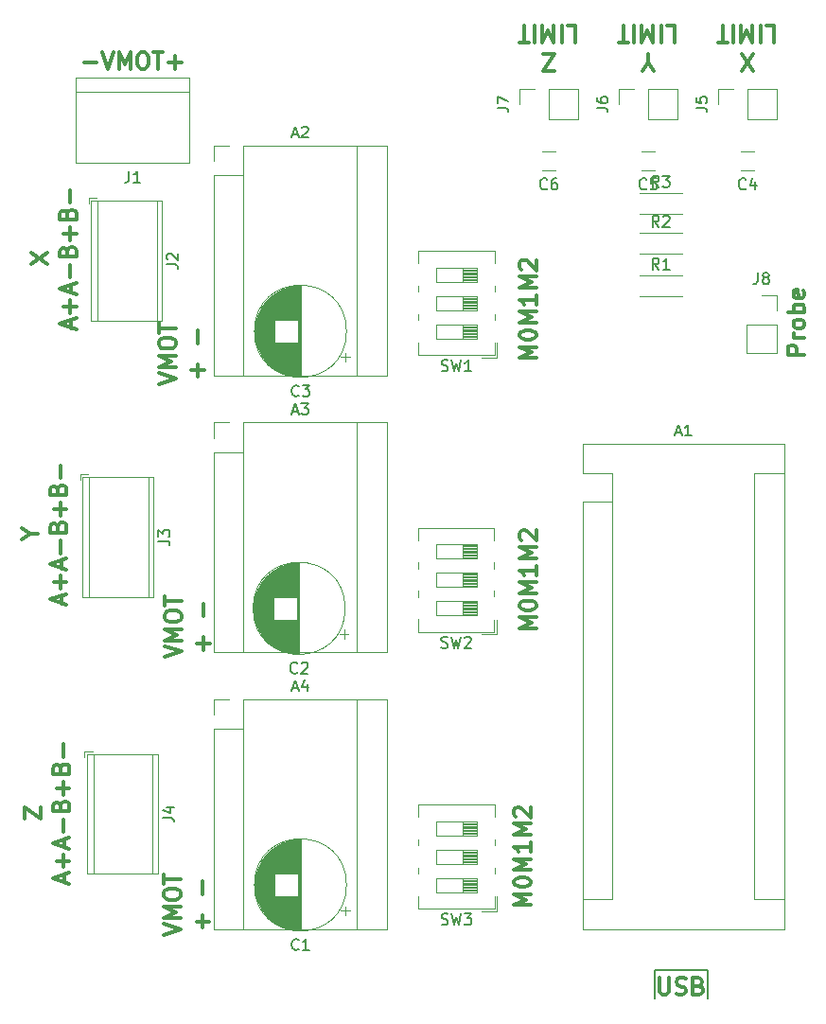
<source format=gbr>
G04 #@! TF.GenerationSoftware,KiCad,Pcbnew,5.0.0-fee4fd1~66~ubuntu18.04.1*
G04 #@! TF.CreationDate,2018-08-24T19:05:02+02:00*
G04 #@! TF.ProjectId,nano8825,6E616E6F383832352E6B696361645F70,rev?*
G04 #@! TF.SameCoordinates,Original*
G04 #@! TF.FileFunction,Legend,Top*
G04 #@! TF.FilePolarity,Positive*
%FSLAX46Y46*%
G04 Gerber Fmt 4.6, Leading zero omitted, Abs format (unit mm)*
G04 Created by KiCad (PCBNEW 5.0.0-fee4fd1~66~ubuntu18.04.1) date Fri Aug 24 19:05:02 2018*
%MOMM*%
%LPD*%
G01*
G04 APERTURE LIST*
%ADD10C,0.300000*%
%ADD11C,0.200000*%
%ADD12C,0.120000*%
%ADD13C,0.150000*%
G04 APERTURE END LIST*
D10*
X183558571Y-83375142D02*
X182058571Y-83375142D01*
X182058571Y-82803714D01*
X182130000Y-82660857D01*
X182201428Y-82589428D01*
X182344285Y-82518000D01*
X182558571Y-82518000D01*
X182701428Y-82589428D01*
X182772857Y-82660857D01*
X182844285Y-82803714D01*
X182844285Y-83375142D01*
X183558571Y-81875142D02*
X182558571Y-81875142D01*
X182844285Y-81875142D02*
X182701428Y-81803714D01*
X182630000Y-81732285D01*
X182558571Y-81589428D01*
X182558571Y-81446571D01*
X183558571Y-80732285D02*
X183487142Y-80875142D01*
X183415714Y-80946571D01*
X183272857Y-81018000D01*
X182844285Y-81018000D01*
X182701428Y-80946571D01*
X182630000Y-80875142D01*
X182558571Y-80732285D01*
X182558571Y-80518000D01*
X182630000Y-80375142D01*
X182701428Y-80303714D01*
X182844285Y-80232285D01*
X183272857Y-80232285D01*
X183415714Y-80303714D01*
X183487142Y-80375142D01*
X183558571Y-80518000D01*
X183558571Y-80732285D01*
X183558571Y-79589428D02*
X182058571Y-79589428D01*
X182630000Y-79589428D02*
X182558571Y-79446571D01*
X182558571Y-79160857D01*
X182630000Y-79018000D01*
X182701428Y-78946571D01*
X182844285Y-78875142D01*
X183272857Y-78875142D01*
X183415714Y-78946571D01*
X183487142Y-79018000D01*
X183558571Y-79160857D01*
X183558571Y-79446571D01*
X183487142Y-79589428D01*
X183487142Y-77660857D02*
X183558571Y-77803714D01*
X183558571Y-78089428D01*
X183487142Y-78232285D01*
X183344285Y-78303714D01*
X182772857Y-78303714D01*
X182630000Y-78232285D01*
X182558571Y-78089428D01*
X182558571Y-77803714D01*
X182630000Y-77660857D01*
X182772857Y-77589428D01*
X182915714Y-77589428D01*
X183058571Y-78303714D01*
D11*
X174930000Y-138430000D02*
X170180000Y-138430000D01*
X174880000Y-140930000D02*
X174930000Y-138430000D01*
X170130000Y-138470000D02*
X170180000Y-140970000D01*
D10*
X161155000Y-57976428D02*
X160155000Y-57976428D01*
X161155000Y-56476428D01*
X160155000Y-56476428D01*
X162333571Y-53926428D02*
X163047857Y-53926428D01*
X163047857Y-55426428D01*
X161833571Y-53926428D02*
X161833571Y-55426428D01*
X161119285Y-53926428D02*
X161119285Y-55426428D01*
X160619285Y-54355000D01*
X160119285Y-55426428D01*
X160119285Y-53926428D01*
X159405000Y-53926428D02*
X159405000Y-55426428D01*
X158905000Y-55426428D02*
X158047857Y-55426428D01*
X158476428Y-53926428D02*
X158476428Y-55426428D01*
X169545000Y-57190714D02*
X169545000Y-56476428D01*
X170045000Y-57976428D02*
X169545000Y-57190714D01*
X169045000Y-57976428D01*
X171223571Y-53926428D02*
X171937857Y-53926428D01*
X171937857Y-55426428D01*
X170723571Y-53926428D02*
X170723571Y-55426428D01*
X170009285Y-53926428D02*
X170009285Y-55426428D01*
X169509285Y-54355000D01*
X169009285Y-55426428D01*
X169009285Y-53926428D01*
X168295000Y-53926428D02*
X168295000Y-55426428D01*
X167795000Y-55426428D02*
X166937857Y-55426428D01*
X167366428Y-53926428D02*
X167366428Y-55426428D01*
X178935000Y-57976428D02*
X177935000Y-56476428D01*
X177935000Y-57976428D02*
X178935000Y-56476428D01*
X180113571Y-53926428D02*
X180827857Y-53926428D01*
X180827857Y-55426428D01*
X179613571Y-53926428D02*
X179613571Y-55426428D01*
X178899285Y-53926428D02*
X178899285Y-55426428D01*
X178399285Y-54355000D01*
X177899285Y-55426428D01*
X177899285Y-53926428D01*
X177185000Y-53926428D02*
X177185000Y-55426428D01*
X176685000Y-55426428D02*
X175827857Y-55426428D01*
X176256428Y-53926428D02*
X176256428Y-55426428D01*
X126233571Y-135284285D02*
X127733571Y-134784285D01*
X126233571Y-134284285D01*
X127733571Y-133784285D02*
X126233571Y-133784285D01*
X127305000Y-133284285D01*
X126233571Y-132784285D01*
X127733571Y-132784285D01*
X126233571Y-131784285D02*
X126233571Y-131498571D01*
X126305000Y-131355714D01*
X126447857Y-131212857D01*
X126733571Y-131141428D01*
X127233571Y-131141428D01*
X127519285Y-131212857D01*
X127662142Y-131355714D01*
X127733571Y-131498571D01*
X127733571Y-131784285D01*
X127662142Y-131927142D01*
X127519285Y-132070000D01*
X127233571Y-132141428D01*
X126733571Y-132141428D01*
X126447857Y-132070000D01*
X126305000Y-131927142D01*
X126233571Y-131784285D01*
X126233571Y-130712857D02*
X126233571Y-129855714D01*
X127733571Y-130284285D02*
X126233571Y-130284285D01*
X129712142Y-134641428D02*
X129712142Y-133498571D01*
X130283571Y-134070000D02*
X129140714Y-134070000D01*
X129712142Y-131641428D02*
X129712142Y-130498571D01*
X126283571Y-110434285D02*
X127783571Y-109934285D01*
X126283571Y-109434285D01*
X127783571Y-108934285D02*
X126283571Y-108934285D01*
X127355000Y-108434285D01*
X126283571Y-107934285D01*
X127783571Y-107934285D01*
X126283571Y-106934285D02*
X126283571Y-106648571D01*
X126355000Y-106505714D01*
X126497857Y-106362857D01*
X126783571Y-106291428D01*
X127283571Y-106291428D01*
X127569285Y-106362857D01*
X127712142Y-106505714D01*
X127783571Y-106648571D01*
X127783571Y-106934285D01*
X127712142Y-107077142D01*
X127569285Y-107220000D01*
X127283571Y-107291428D01*
X126783571Y-107291428D01*
X126497857Y-107220000D01*
X126355000Y-107077142D01*
X126283571Y-106934285D01*
X126283571Y-105862857D02*
X126283571Y-105005714D01*
X127783571Y-105434285D02*
X126283571Y-105434285D01*
X129762142Y-109791428D02*
X129762142Y-108648571D01*
X130333571Y-109220000D02*
X129190714Y-109220000D01*
X129762142Y-106791428D02*
X129762142Y-105648571D01*
X125783571Y-85984285D02*
X127283571Y-85484285D01*
X125783571Y-84984285D01*
X127283571Y-84484285D02*
X125783571Y-84484285D01*
X126855000Y-83984285D01*
X125783571Y-83484285D01*
X127283571Y-83484285D01*
X125783571Y-82484285D02*
X125783571Y-82198571D01*
X125855000Y-82055714D01*
X125997857Y-81912857D01*
X126283571Y-81841428D01*
X126783571Y-81841428D01*
X127069285Y-81912857D01*
X127212142Y-82055714D01*
X127283571Y-82198571D01*
X127283571Y-82484285D01*
X127212142Y-82627142D01*
X127069285Y-82770000D01*
X126783571Y-82841428D01*
X126283571Y-82841428D01*
X125997857Y-82770000D01*
X125855000Y-82627142D01*
X125783571Y-82484285D01*
X125783571Y-81412857D02*
X125783571Y-80555714D01*
X127283571Y-80984285D02*
X125783571Y-80984285D01*
X129262142Y-85341428D02*
X129262142Y-84198571D01*
X129833571Y-84770000D02*
X128690714Y-84770000D01*
X129262142Y-82341428D02*
X129262142Y-81198571D01*
X159058571Y-132627142D02*
X157558571Y-132627142D01*
X158630000Y-132127142D01*
X157558571Y-131627142D01*
X159058571Y-131627142D01*
X157558571Y-130627142D02*
X157558571Y-130484285D01*
X157630000Y-130341428D01*
X157701428Y-130270000D01*
X157844285Y-130198571D01*
X158130000Y-130127142D01*
X158487142Y-130127142D01*
X158772857Y-130198571D01*
X158915714Y-130270000D01*
X158987142Y-130341428D01*
X159058571Y-130484285D01*
X159058571Y-130627142D01*
X158987142Y-130770000D01*
X158915714Y-130841428D01*
X158772857Y-130912857D01*
X158487142Y-130984285D01*
X158130000Y-130984285D01*
X157844285Y-130912857D01*
X157701428Y-130841428D01*
X157630000Y-130770000D01*
X157558571Y-130627142D01*
X159058571Y-129484285D02*
X157558571Y-129484285D01*
X158630000Y-128984285D01*
X157558571Y-128484285D01*
X159058571Y-128484285D01*
X159058571Y-126984285D02*
X159058571Y-127841428D01*
X159058571Y-127412857D02*
X157558571Y-127412857D01*
X157772857Y-127555714D01*
X157915714Y-127698571D01*
X157987142Y-127841428D01*
X159058571Y-126341428D02*
X157558571Y-126341428D01*
X158630000Y-125841428D01*
X157558571Y-125341428D01*
X159058571Y-125341428D01*
X157701428Y-124698571D02*
X157630000Y-124627142D01*
X157558571Y-124484285D01*
X157558571Y-124127142D01*
X157630000Y-123984285D01*
X157701428Y-123912857D01*
X157844285Y-123841428D01*
X157987142Y-123841428D01*
X158201428Y-123912857D01*
X159058571Y-124770000D01*
X159058571Y-123841428D01*
X159558571Y-107877142D02*
X158058571Y-107877142D01*
X159130000Y-107377142D01*
X158058571Y-106877142D01*
X159558571Y-106877142D01*
X158058571Y-105877142D02*
X158058571Y-105734285D01*
X158130000Y-105591428D01*
X158201428Y-105520000D01*
X158344285Y-105448571D01*
X158630000Y-105377142D01*
X158987142Y-105377142D01*
X159272857Y-105448571D01*
X159415714Y-105520000D01*
X159487142Y-105591428D01*
X159558571Y-105734285D01*
X159558571Y-105877142D01*
X159487142Y-106020000D01*
X159415714Y-106091428D01*
X159272857Y-106162857D01*
X158987142Y-106234285D01*
X158630000Y-106234285D01*
X158344285Y-106162857D01*
X158201428Y-106091428D01*
X158130000Y-106020000D01*
X158058571Y-105877142D01*
X159558571Y-104734285D02*
X158058571Y-104734285D01*
X159130000Y-104234285D01*
X158058571Y-103734285D01*
X159558571Y-103734285D01*
X159558571Y-102234285D02*
X159558571Y-103091428D01*
X159558571Y-102662857D02*
X158058571Y-102662857D01*
X158272857Y-102805714D01*
X158415714Y-102948571D01*
X158487142Y-103091428D01*
X159558571Y-101591428D02*
X158058571Y-101591428D01*
X159130000Y-101091428D01*
X158058571Y-100591428D01*
X159558571Y-100591428D01*
X158201428Y-99948571D02*
X158130000Y-99877142D01*
X158058571Y-99734285D01*
X158058571Y-99377142D01*
X158130000Y-99234285D01*
X158201428Y-99162857D01*
X158344285Y-99091428D01*
X158487142Y-99091428D01*
X158701428Y-99162857D01*
X159558571Y-100020000D01*
X159558571Y-99091428D01*
X159558571Y-83677142D02*
X158058571Y-83677142D01*
X159130000Y-83177142D01*
X158058571Y-82677142D01*
X159558571Y-82677142D01*
X158058571Y-81677142D02*
X158058571Y-81534285D01*
X158130000Y-81391428D01*
X158201428Y-81320000D01*
X158344285Y-81248571D01*
X158630000Y-81177142D01*
X158987142Y-81177142D01*
X159272857Y-81248571D01*
X159415714Y-81320000D01*
X159487142Y-81391428D01*
X159558571Y-81534285D01*
X159558571Y-81677142D01*
X159487142Y-81820000D01*
X159415714Y-81891428D01*
X159272857Y-81962857D01*
X158987142Y-82034285D01*
X158630000Y-82034285D01*
X158344285Y-81962857D01*
X158201428Y-81891428D01*
X158130000Y-81820000D01*
X158058571Y-81677142D01*
X159558571Y-80534285D02*
X158058571Y-80534285D01*
X159130000Y-80034285D01*
X158058571Y-79534285D01*
X159558571Y-79534285D01*
X159558571Y-78034285D02*
X159558571Y-78891428D01*
X159558571Y-78462857D02*
X158058571Y-78462857D01*
X158272857Y-78605714D01*
X158415714Y-78748571D01*
X158487142Y-78891428D01*
X159558571Y-77391428D02*
X158058571Y-77391428D01*
X159130000Y-76891428D01*
X158058571Y-76391428D01*
X159558571Y-76391428D01*
X158201428Y-75748571D02*
X158130000Y-75677142D01*
X158058571Y-75534285D01*
X158058571Y-75177142D01*
X158130000Y-75034285D01*
X158201428Y-74962857D01*
X158344285Y-74891428D01*
X158487142Y-74891428D01*
X158701428Y-74962857D01*
X159558571Y-75820000D01*
X159558571Y-74891428D01*
X113733571Y-124870000D02*
X113733571Y-123870000D01*
X115233571Y-124870000D01*
X115233571Y-123870000D01*
X117355000Y-130584285D02*
X117355000Y-129870000D01*
X117783571Y-130727142D02*
X116283571Y-130227142D01*
X117783571Y-129727142D01*
X117212142Y-129227142D02*
X117212142Y-128084285D01*
X117783571Y-128655714D02*
X116640714Y-128655714D01*
X117355000Y-127441428D02*
X117355000Y-126727142D01*
X117783571Y-127584285D02*
X116283571Y-127084285D01*
X117783571Y-126584285D01*
X117212142Y-126084285D02*
X117212142Y-124941428D01*
X116997857Y-123727142D02*
X117069285Y-123512857D01*
X117140714Y-123441428D01*
X117283571Y-123370000D01*
X117497857Y-123370000D01*
X117640714Y-123441428D01*
X117712142Y-123512857D01*
X117783571Y-123655714D01*
X117783571Y-124227142D01*
X116283571Y-124227142D01*
X116283571Y-123727142D01*
X116355000Y-123584285D01*
X116426428Y-123512857D01*
X116569285Y-123441428D01*
X116712142Y-123441428D01*
X116855000Y-123512857D01*
X116926428Y-123584285D01*
X116997857Y-123727142D01*
X116997857Y-124227142D01*
X117212142Y-122727142D02*
X117212142Y-121584285D01*
X117783571Y-122155714D02*
X116640714Y-122155714D01*
X116997857Y-120370000D02*
X117069285Y-120155714D01*
X117140714Y-120084285D01*
X117283571Y-120012857D01*
X117497857Y-120012857D01*
X117640714Y-120084285D01*
X117712142Y-120155714D01*
X117783571Y-120298571D01*
X117783571Y-120870000D01*
X116283571Y-120870000D01*
X116283571Y-120370000D01*
X116355000Y-120227142D01*
X116426428Y-120155714D01*
X116569285Y-120084285D01*
X116712142Y-120084285D01*
X116855000Y-120155714D01*
X116926428Y-120227142D01*
X116997857Y-120370000D01*
X116997857Y-120870000D01*
X117212142Y-119370000D02*
X117212142Y-118227142D01*
X114259285Y-99420000D02*
X114973571Y-99420000D01*
X113473571Y-99920000D02*
X114259285Y-99420000D01*
X113473571Y-98920000D01*
X117095000Y-105634285D02*
X117095000Y-104920000D01*
X117523571Y-105777142D02*
X116023571Y-105277142D01*
X117523571Y-104777142D01*
X116952142Y-104277142D02*
X116952142Y-103134285D01*
X117523571Y-103705714D02*
X116380714Y-103705714D01*
X117095000Y-102491428D02*
X117095000Y-101777142D01*
X117523571Y-102634285D02*
X116023571Y-102134285D01*
X117523571Y-101634285D01*
X116952142Y-101134285D02*
X116952142Y-99991428D01*
X116737857Y-98777142D02*
X116809285Y-98562857D01*
X116880714Y-98491428D01*
X117023571Y-98420000D01*
X117237857Y-98420000D01*
X117380714Y-98491428D01*
X117452142Y-98562857D01*
X117523571Y-98705714D01*
X117523571Y-99277142D01*
X116023571Y-99277142D01*
X116023571Y-98777142D01*
X116095000Y-98634285D01*
X116166428Y-98562857D01*
X116309285Y-98491428D01*
X116452142Y-98491428D01*
X116595000Y-98562857D01*
X116666428Y-98634285D01*
X116737857Y-98777142D01*
X116737857Y-99277142D01*
X116952142Y-97777142D02*
X116952142Y-96634285D01*
X117523571Y-97205714D02*
X116380714Y-97205714D01*
X116737857Y-95420000D02*
X116809285Y-95205714D01*
X116880714Y-95134285D01*
X117023571Y-95062857D01*
X117237857Y-95062857D01*
X117380714Y-95134285D01*
X117452142Y-95205714D01*
X117523571Y-95348571D01*
X117523571Y-95920000D01*
X116023571Y-95920000D01*
X116023571Y-95420000D01*
X116095000Y-95277142D01*
X116166428Y-95205714D01*
X116309285Y-95134285D01*
X116452142Y-95134285D01*
X116595000Y-95205714D01*
X116666428Y-95277142D01*
X116737857Y-95420000D01*
X116737857Y-95920000D01*
X116952142Y-94420000D02*
X116952142Y-93277142D01*
X114333571Y-75270000D02*
X115833571Y-74270000D01*
X114333571Y-74270000D02*
X115833571Y-75270000D01*
X117955000Y-80984285D02*
X117955000Y-80270000D01*
X118383571Y-81127142D02*
X116883571Y-80627142D01*
X118383571Y-80127142D01*
X117812142Y-79627142D02*
X117812142Y-78484285D01*
X118383571Y-79055714D02*
X117240714Y-79055714D01*
X117955000Y-77841428D02*
X117955000Y-77127142D01*
X118383571Y-77984285D02*
X116883571Y-77484285D01*
X118383571Y-76984285D01*
X117812142Y-76484285D02*
X117812142Y-75341428D01*
X117597857Y-74127142D02*
X117669285Y-73912857D01*
X117740714Y-73841428D01*
X117883571Y-73770000D01*
X118097857Y-73770000D01*
X118240714Y-73841428D01*
X118312142Y-73912857D01*
X118383571Y-74055714D01*
X118383571Y-74627142D01*
X116883571Y-74627142D01*
X116883571Y-74127142D01*
X116955000Y-73984285D01*
X117026428Y-73912857D01*
X117169285Y-73841428D01*
X117312142Y-73841428D01*
X117455000Y-73912857D01*
X117526428Y-73984285D01*
X117597857Y-74127142D01*
X117597857Y-74627142D01*
X117812142Y-73127142D02*
X117812142Y-71984285D01*
X118383571Y-72555714D02*
X117240714Y-72555714D01*
X117597857Y-70770000D02*
X117669285Y-70555714D01*
X117740714Y-70484285D01*
X117883571Y-70412857D01*
X118097857Y-70412857D01*
X118240714Y-70484285D01*
X118312142Y-70555714D01*
X118383571Y-70698571D01*
X118383571Y-71270000D01*
X116883571Y-71270000D01*
X116883571Y-70770000D01*
X116955000Y-70627142D01*
X117026428Y-70555714D01*
X117169285Y-70484285D01*
X117312142Y-70484285D01*
X117455000Y-70555714D01*
X117526428Y-70627142D01*
X117597857Y-70770000D01*
X117597857Y-71270000D01*
X117812142Y-69770000D02*
X117812142Y-68627142D01*
X170573142Y-139132571D02*
X170573142Y-140346857D01*
X170644571Y-140489714D01*
X170716000Y-140561142D01*
X170858857Y-140632571D01*
X171144571Y-140632571D01*
X171287428Y-140561142D01*
X171358857Y-140489714D01*
X171430285Y-140346857D01*
X171430285Y-139132571D01*
X172073142Y-140561142D02*
X172287428Y-140632571D01*
X172644571Y-140632571D01*
X172787428Y-140561142D01*
X172858857Y-140489714D01*
X172930285Y-140346857D01*
X172930285Y-140204000D01*
X172858857Y-140061142D01*
X172787428Y-139989714D01*
X172644571Y-139918285D01*
X172358857Y-139846857D01*
X172216000Y-139775428D01*
X172144571Y-139704000D01*
X172073142Y-139561142D01*
X172073142Y-139418285D01*
X172144571Y-139275428D01*
X172216000Y-139204000D01*
X172358857Y-139132571D01*
X172716000Y-139132571D01*
X172930285Y-139204000D01*
X174073142Y-139846857D02*
X174287428Y-139918285D01*
X174358857Y-139989714D01*
X174430285Y-140132571D01*
X174430285Y-140346857D01*
X174358857Y-140489714D01*
X174287428Y-140561142D01*
X174144571Y-140632571D01*
X173573142Y-140632571D01*
X173573142Y-139132571D01*
X174073142Y-139132571D01*
X174216000Y-139204000D01*
X174287428Y-139275428D01*
X174358857Y-139418285D01*
X174358857Y-139561142D01*
X174287428Y-139704000D01*
X174216000Y-139775428D01*
X174073142Y-139846857D01*
X173573142Y-139846857D01*
X119072857Y-57227142D02*
X120215714Y-57227142D01*
X120715714Y-56298571D02*
X121215714Y-57798571D01*
X121715714Y-56298571D01*
X122215714Y-57798571D02*
X122215714Y-56298571D01*
X122715714Y-57370000D01*
X123215714Y-56298571D01*
X123215714Y-57798571D01*
X124215714Y-56298571D02*
X124501428Y-56298571D01*
X124644285Y-56370000D01*
X124787142Y-56512857D01*
X124858571Y-56798571D01*
X124858571Y-57298571D01*
X124787142Y-57584285D01*
X124644285Y-57727142D01*
X124501428Y-57798571D01*
X124215714Y-57798571D01*
X124072857Y-57727142D01*
X123930000Y-57584285D01*
X123858571Y-57298571D01*
X123858571Y-56798571D01*
X123930000Y-56512857D01*
X124072857Y-56370000D01*
X124215714Y-56298571D01*
X125287142Y-56298571D02*
X126144285Y-56298571D01*
X125715714Y-57798571D02*
X125715714Y-56298571D01*
X126644285Y-57227142D02*
X127787142Y-57227142D01*
X127215714Y-57798571D02*
X127215714Y-56655714D01*
D12*
G04 #@! TO.C,SW1*
X155810000Y-83390000D02*
X148989000Y-83390000D01*
X155810000Y-74090000D02*
X148989000Y-74090000D01*
X155810000Y-83390000D02*
X155810000Y-82320000D01*
X155810000Y-80240000D02*
X155810000Y-79729000D01*
X155810000Y-77750000D02*
X155810000Y-77189000D01*
X155810000Y-75210000D02*
X155810000Y-74090000D01*
X148989000Y-75210000D02*
X148989000Y-74090000D01*
X148989000Y-77750000D02*
X148989000Y-77189000D01*
X148989000Y-83390000D02*
X148989000Y-82270000D01*
X148989000Y-80290000D02*
X148989000Y-79729000D01*
X156050000Y-83630000D02*
X154667000Y-83630000D01*
X156050000Y-83630000D02*
X156050000Y-82320000D01*
X154210000Y-81915000D02*
X154210000Y-80645000D01*
X154210000Y-80645000D02*
X150590000Y-80645000D01*
X150590000Y-80645000D02*
X150590000Y-81915000D01*
X150590000Y-81915000D02*
X154210000Y-81915000D01*
X154210000Y-81795000D02*
X153003333Y-81795000D01*
X154210000Y-81675000D02*
X153003333Y-81675000D01*
X154210000Y-81555000D02*
X153003333Y-81555000D01*
X154210000Y-81435000D02*
X153003333Y-81435000D01*
X154210000Y-81315000D02*
X153003333Y-81315000D01*
X154210000Y-81195000D02*
X153003333Y-81195000D01*
X154210000Y-81075000D02*
X153003333Y-81075000D01*
X154210000Y-80955000D02*
X153003333Y-80955000D01*
X154210000Y-80835000D02*
X153003333Y-80835000D01*
X154210000Y-80715000D02*
X153003333Y-80715000D01*
X153003333Y-81915000D02*
X153003333Y-80645000D01*
X154210000Y-79375000D02*
X154210000Y-78105000D01*
X154210000Y-78105000D02*
X150590000Y-78105000D01*
X150590000Y-78105000D02*
X150590000Y-79375000D01*
X150590000Y-79375000D02*
X154210000Y-79375000D01*
X154210000Y-79255000D02*
X153003333Y-79255000D01*
X154210000Y-79135000D02*
X153003333Y-79135000D01*
X154210000Y-79015000D02*
X153003333Y-79015000D01*
X154210000Y-78895000D02*
X153003333Y-78895000D01*
X154210000Y-78775000D02*
X153003333Y-78775000D01*
X154210000Y-78655000D02*
X153003333Y-78655000D01*
X154210000Y-78535000D02*
X153003333Y-78535000D01*
X154210000Y-78415000D02*
X153003333Y-78415000D01*
X154210000Y-78295000D02*
X153003333Y-78295000D01*
X154210000Y-78175000D02*
X153003333Y-78175000D01*
X153003333Y-79375000D02*
X153003333Y-78105000D01*
X154210000Y-76835000D02*
X154210000Y-75565000D01*
X154210000Y-75565000D02*
X150590000Y-75565000D01*
X150590000Y-75565000D02*
X150590000Y-76835000D01*
X150590000Y-76835000D02*
X154210000Y-76835000D01*
X154210000Y-76715000D02*
X153003333Y-76715000D01*
X154210000Y-76595000D02*
X153003333Y-76595000D01*
X154210000Y-76475000D02*
X153003333Y-76475000D01*
X154210000Y-76355000D02*
X153003333Y-76355000D01*
X154210000Y-76235000D02*
X153003333Y-76235000D01*
X154210000Y-76115000D02*
X153003333Y-76115000D01*
X154210000Y-75995000D02*
X153003333Y-75995000D01*
X154210000Y-75875000D02*
X153003333Y-75875000D01*
X154210000Y-75755000D02*
X153003333Y-75755000D01*
X154210000Y-75635000D02*
X153003333Y-75635000D01*
X153003333Y-76835000D02*
X153003333Y-75565000D01*
G04 #@! TO.C,SW3*
X155810000Y-132920000D02*
X148989000Y-132920000D01*
X155810000Y-123620000D02*
X148989000Y-123620000D01*
X155810000Y-132920000D02*
X155810000Y-131850000D01*
X155810000Y-129770000D02*
X155810000Y-129259000D01*
X155810000Y-127280000D02*
X155810000Y-126719000D01*
X155810000Y-124740000D02*
X155810000Y-123620000D01*
X148989000Y-124740000D02*
X148989000Y-123620000D01*
X148989000Y-127280000D02*
X148989000Y-126719000D01*
X148989000Y-132920000D02*
X148989000Y-131800000D01*
X148989000Y-129820000D02*
X148989000Y-129259000D01*
X156050000Y-133160000D02*
X154667000Y-133160000D01*
X156050000Y-133160000D02*
X156050000Y-131850000D01*
X154210000Y-131445000D02*
X154210000Y-130175000D01*
X154210000Y-130175000D02*
X150590000Y-130175000D01*
X150590000Y-130175000D02*
X150590000Y-131445000D01*
X150590000Y-131445000D02*
X154210000Y-131445000D01*
X154210000Y-131325000D02*
X153003333Y-131325000D01*
X154210000Y-131205000D02*
X153003333Y-131205000D01*
X154210000Y-131085000D02*
X153003333Y-131085000D01*
X154210000Y-130965000D02*
X153003333Y-130965000D01*
X154210000Y-130845000D02*
X153003333Y-130845000D01*
X154210000Y-130725000D02*
X153003333Y-130725000D01*
X154210000Y-130605000D02*
X153003333Y-130605000D01*
X154210000Y-130485000D02*
X153003333Y-130485000D01*
X154210000Y-130365000D02*
X153003333Y-130365000D01*
X154210000Y-130245000D02*
X153003333Y-130245000D01*
X153003333Y-131445000D02*
X153003333Y-130175000D01*
X154210000Y-128905000D02*
X154210000Y-127635000D01*
X154210000Y-127635000D02*
X150590000Y-127635000D01*
X150590000Y-127635000D02*
X150590000Y-128905000D01*
X150590000Y-128905000D02*
X154210000Y-128905000D01*
X154210000Y-128785000D02*
X153003333Y-128785000D01*
X154210000Y-128665000D02*
X153003333Y-128665000D01*
X154210000Y-128545000D02*
X153003333Y-128545000D01*
X154210000Y-128425000D02*
X153003333Y-128425000D01*
X154210000Y-128305000D02*
X153003333Y-128305000D01*
X154210000Y-128185000D02*
X153003333Y-128185000D01*
X154210000Y-128065000D02*
X153003333Y-128065000D01*
X154210000Y-127945000D02*
X153003333Y-127945000D01*
X154210000Y-127825000D02*
X153003333Y-127825000D01*
X154210000Y-127705000D02*
X153003333Y-127705000D01*
X153003333Y-128905000D02*
X153003333Y-127635000D01*
X154210000Y-126365000D02*
X154210000Y-125095000D01*
X154210000Y-125095000D02*
X150590000Y-125095000D01*
X150590000Y-125095000D02*
X150590000Y-126365000D01*
X150590000Y-126365000D02*
X154210000Y-126365000D01*
X154210000Y-126245000D02*
X153003333Y-126245000D01*
X154210000Y-126125000D02*
X153003333Y-126125000D01*
X154210000Y-126005000D02*
X153003333Y-126005000D01*
X154210000Y-125885000D02*
X153003333Y-125885000D01*
X154210000Y-125765000D02*
X153003333Y-125765000D01*
X154210000Y-125645000D02*
X153003333Y-125645000D01*
X154210000Y-125525000D02*
X153003333Y-125525000D01*
X154210000Y-125405000D02*
X153003333Y-125405000D01*
X154210000Y-125285000D02*
X153003333Y-125285000D01*
X154210000Y-125165000D02*
X153003333Y-125165000D01*
X153003333Y-126365000D02*
X153003333Y-125095000D01*
G04 #@! TO.C,SW2*
X152993333Y-101605000D02*
X152993333Y-100335000D01*
X154200000Y-100405000D02*
X152993333Y-100405000D01*
X154200000Y-100525000D02*
X152993333Y-100525000D01*
X154200000Y-100645000D02*
X152993333Y-100645000D01*
X154200000Y-100765000D02*
X152993333Y-100765000D01*
X154200000Y-100885000D02*
X152993333Y-100885000D01*
X154200000Y-101005000D02*
X152993333Y-101005000D01*
X154200000Y-101125000D02*
X152993333Y-101125000D01*
X154200000Y-101245000D02*
X152993333Y-101245000D01*
X154200000Y-101365000D02*
X152993333Y-101365000D01*
X154200000Y-101485000D02*
X152993333Y-101485000D01*
X150580000Y-101605000D02*
X154200000Y-101605000D01*
X150580000Y-100335000D02*
X150580000Y-101605000D01*
X154200000Y-100335000D02*
X150580000Y-100335000D01*
X154200000Y-101605000D02*
X154200000Y-100335000D01*
X152993333Y-104145000D02*
X152993333Y-102875000D01*
X154200000Y-102945000D02*
X152993333Y-102945000D01*
X154200000Y-103065000D02*
X152993333Y-103065000D01*
X154200000Y-103185000D02*
X152993333Y-103185000D01*
X154200000Y-103305000D02*
X152993333Y-103305000D01*
X154200000Y-103425000D02*
X152993333Y-103425000D01*
X154200000Y-103545000D02*
X152993333Y-103545000D01*
X154200000Y-103665000D02*
X152993333Y-103665000D01*
X154200000Y-103785000D02*
X152993333Y-103785000D01*
X154200000Y-103905000D02*
X152993333Y-103905000D01*
X154200000Y-104025000D02*
X152993333Y-104025000D01*
X150580000Y-104145000D02*
X154200000Y-104145000D01*
X150580000Y-102875000D02*
X150580000Y-104145000D01*
X154200000Y-102875000D02*
X150580000Y-102875000D01*
X154200000Y-104145000D02*
X154200000Y-102875000D01*
X152993333Y-106685000D02*
X152993333Y-105415000D01*
X154200000Y-105485000D02*
X152993333Y-105485000D01*
X154200000Y-105605000D02*
X152993333Y-105605000D01*
X154200000Y-105725000D02*
X152993333Y-105725000D01*
X154200000Y-105845000D02*
X152993333Y-105845000D01*
X154200000Y-105965000D02*
X152993333Y-105965000D01*
X154200000Y-106085000D02*
X152993333Y-106085000D01*
X154200000Y-106205000D02*
X152993333Y-106205000D01*
X154200000Y-106325000D02*
X152993333Y-106325000D01*
X154200000Y-106445000D02*
X152993333Y-106445000D01*
X154200000Y-106565000D02*
X152993333Y-106565000D01*
X150580000Y-106685000D02*
X154200000Y-106685000D01*
X150580000Y-105415000D02*
X150580000Y-106685000D01*
X154200000Y-105415000D02*
X150580000Y-105415000D01*
X154200000Y-106685000D02*
X154200000Y-105415000D01*
X156040000Y-108400000D02*
X156040000Y-107090000D01*
X156040000Y-108400000D02*
X154657000Y-108400000D01*
X148979000Y-105060000D02*
X148979000Y-104499000D01*
X148979000Y-108160000D02*
X148979000Y-107040000D01*
X148979000Y-102520000D02*
X148979000Y-101959000D01*
X148979000Y-99980000D02*
X148979000Y-98860000D01*
X155800000Y-99980000D02*
X155800000Y-98860000D01*
X155800000Y-102520000D02*
X155800000Y-101959000D01*
X155800000Y-105010000D02*
X155800000Y-104499000D01*
X155800000Y-108160000D02*
X155800000Y-107090000D01*
X155800000Y-98860000D02*
X148979000Y-98860000D01*
X155800000Y-108160000D02*
X148979000Y-108160000D01*
G04 #@! TO.C,J8*
X179705000Y-78045000D02*
X181035000Y-78045000D01*
X181035000Y-78045000D02*
X181035000Y-79375000D01*
X181035000Y-80645000D02*
X181035000Y-83245000D01*
X178375000Y-83245000D02*
X181035000Y-83245000D01*
X178375000Y-80645000D02*
X178375000Y-83245000D01*
X178375000Y-80645000D02*
X181035000Y-80645000D01*
G04 #@! TO.C,J7*
X160655000Y-62290000D02*
X160655000Y-59630000D01*
X160655000Y-62290000D02*
X163255000Y-62290000D01*
X163255000Y-62290000D02*
X163255000Y-59630000D01*
X160655000Y-59630000D02*
X163255000Y-59630000D01*
X158055000Y-59630000D02*
X159385000Y-59630000D01*
X158055000Y-60960000D02*
X158055000Y-59630000D01*
G04 #@! TO.C,J6*
X166945000Y-60960000D02*
X166945000Y-59630000D01*
X166945000Y-59630000D02*
X168275000Y-59630000D01*
X169545000Y-59630000D02*
X172145000Y-59630000D01*
X172145000Y-62290000D02*
X172145000Y-59630000D01*
X169545000Y-62290000D02*
X172145000Y-62290000D01*
X169545000Y-62290000D02*
X169545000Y-59630000D01*
G04 #@! TO.C,J5*
X178435000Y-62290000D02*
X178435000Y-59630000D01*
X178435000Y-62290000D02*
X181035000Y-62290000D01*
X181035000Y-62290000D02*
X181035000Y-59630000D01*
X178435000Y-59630000D02*
X181035000Y-59630000D01*
X175835000Y-59630000D02*
X177165000Y-59630000D01*
X175835000Y-60960000D02*
X175835000Y-59630000D01*
G04 #@! TO.C,J4*
X119930000Y-119090000D02*
X119930000Y-129830000D01*
X125230000Y-119090000D02*
X125230000Y-129830000D01*
X125690000Y-119090000D02*
X125690000Y-129830000D01*
X119370000Y-119090000D02*
X119370000Y-129830000D01*
X125690000Y-119090000D02*
X119370000Y-119090000D01*
X125690000Y-129830000D02*
X119370000Y-129830000D01*
X119870000Y-118850000D02*
X119130000Y-118850000D01*
X119130000Y-118850000D02*
X119130000Y-119350000D01*
G04 #@! TO.C,J2*
X119480000Y-69350000D02*
X119480000Y-69850000D01*
X120220000Y-69350000D02*
X119480000Y-69350000D01*
X126040000Y-80330000D02*
X119720000Y-80330000D01*
X126040000Y-69590000D02*
X119720000Y-69590000D01*
X119720000Y-69590000D02*
X119720000Y-80330000D01*
X126040000Y-69590000D02*
X126040000Y-80330000D01*
X125580000Y-69590000D02*
X125580000Y-80330000D01*
X120280000Y-69590000D02*
X120280000Y-80330000D01*
G04 #@! TO.C,J3*
X119530000Y-94340000D02*
X119530000Y-105080000D01*
X124830000Y-94340000D02*
X124830000Y-105080000D01*
X125290000Y-94340000D02*
X125290000Y-105080000D01*
X118970000Y-94340000D02*
X118970000Y-105080000D01*
X125290000Y-94340000D02*
X118970000Y-94340000D01*
X125290000Y-105080000D02*
X118970000Y-105080000D01*
X119470000Y-94100000D02*
X118730000Y-94100000D01*
X118730000Y-94100000D02*
X118730000Y-94600000D01*
G04 #@! TO.C,C4*
X179042000Y-66901000D02*
X177868000Y-66901000D01*
X179042000Y-65179000D02*
X177868000Y-65179000D01*
G04 #@! TO.C,C5*
X170152000Y-65179000D02*
X168978000Y-65179000D01*
X170152000Y-66901000D02*
X168978000Y-66901000D01*
G04 #@! TO.C,C6*
X161262000Y-66901000D02*
X160088000Y-66901000D01*
X161262000Y-65179000D02*
X160088000Y-65179000D01*
G04 #@! TO.C,R1*
X168768000Y-76296000D02*
X172608000Y-76296000D01*
X168768000Y-78136000D02*
X172608000Y-78136000D01*
G04 #@! TO.C,R2*
X168768000Y-74326000D02*
X172608000Y-74326000D01*
X168768000Y-72486000D02*
X172608000Y-72486000D01*
G04 #@! TO.C,R3*
X168768000Y-68930000D02*
X172608000Y-68930000D01*
X168768000Y-70770000D02*
X172608000Y-70770000D01*
G04 #@! TO.C,C1*
X142570000Y-130810000D02*
G75*
G03X142570000Y-130810000I-4120000J0D01*
G01*
X138450000Y-134890000D02*
X138450000Y-126730000D01*
X138410000Y-134890000D02*
X138410000Y-126730000D01*
X138370000Y-134890000D02*
X138370000Y-126730000D01*
X138330000Y-134889000D02*
X138330000Y-126731000D01*
X138290000Y-134887000D02*
X138290000Y-126733000D01*
X138250000Y-134886000D02*
X138250000Y-126734000D01*
X138210000Y-134884000D02*
X138210000Y-131850000D01*
X138210000Y-129770000D02*
X138210000Y-126736000D01*
X138170000Y-134881000D02*
X138170000Y-131850000D01*
X138170000Y-129770000D02*
X138170000Y-126739000D01*
X138130000Y-134878000D02*
X138130000Y-131850000D01*
X138130000Y-129770000D02*
X138130000Y-126742000D01*
X138090000Y-134875000D02*
X138090000Y-131850000D01*
X138090000Y-129770000D02*
X138090000Y-126745000D01*
X138050000Y-134871000D02*
X138050000Y-131850000D01*
X138050000Y-129770000D02*
X138050000Y-126749000D01*
X138010000Y-134867000D02*
X138010000Y-131850000D01*
X138010000Y-129770000D02*
X138010000Y-126753000D01*
X137970000Y-134862000D02*
X137970000Y-131850000D01*
X137970000Y-129770000D02*
X137970000Y-126758000D01*
X137930000Y-134858000D02*
X137930000Y-131850000D01*
X137930000Y-129770000D02*
X137930000Y-126762000D01*
X137890000Y-134852000D02*
X137890000Y-131850000D01*
X137890000Y-129770000D02*
X137890000Y-126768000D01*
X137850000Y-134847000D02*
X137850000Y-131850000D01*
X137850000Y-129770000D02*
X137850000Y-126773000D01*
X137810000Y-134840000D02*
X137810000Y-131850000D01*
X137810000Y-129770000D02*
X137810000Y-126780000D01*
X137770000Y-134834000D02*
X137770000Y-131850000D01*
X137770000Y-129770000D02*
X137770000Y-126786000D01*
X137729000Y-134827000D02*
X137729000Y-131850000D01*
X137729000Y-129770000D02*
X137729000Y-126793000D01*
X137689000Y-134820000D02*
X137689000Y-131850000D01*
X137689000Y-129770000D02*
X137689000Y-126800000D01*
X137649000Y-134812000D02*
X137649000Y-131850000D01*
X137649000Y-129770000D02*
X137649000Y-126808000D01*
X137609000Y-134804000D02*
X137609000Y-131850000D01*
X137609000Y-129770000D02*
X137609000Y-126816000D01*
X137569000Y-134795000D02*
X137569000Y-131850000D01*
X137569000Y-129770000D02*
X137569000Y-126825000D01*
X137529000Y-134786000D02*
X137529000Y-131850000D01*
X137529000Y-129770000D02*
X137529000Y-126834000D01*
X137489000Y-134777000D02*
X137489000Y-131850000D01*
X137489000Y-129770000D02*
X137489000Y-126843000D01*
X137449000Y-134767000D02*
X137449000Y-131850000D01*
X137449000Y-129770000D02*
X137449000Y-126853000D01*
X137409000Y-134757000D02*
X137409000Y-131850000D01*
X137409000Y-129770000D02*
X137409000Y-126863000D01*
X137369000Y-134746000D02*
X137369000Y-131850000D01*
X137369000Y-129770000D02*
X137369000Y-126874000D01*
X137329000Y-134735000D02*
X137329000Y-131850000D01*
X137329000Y-129770000D02*
X137329000Y-126885000D01*
X137289000Y-134724000D02*
X137289000Y-131850000D01*
X137289000Y-129770000D02*
X137289000Y-126896000D01*
X137249000Y-134712000D02*
X137249000Y-131850000D01*
X137249000Y-129770000D02*
X137249000Y-126908000D01*
X137209000Y-134699000D02*
X137209000Y-131850000D01*
X137209000Y-129770000D02*
X137209000Y-126921000D01*
X137169000Y-134687000D02*
X137169000Y-131850000D01*
X137169000Y-129770000D02*
X137169000Y-126933000D01*
X137129000Y-134673000D02*
X137129000Y-131850000D01*
X137129000Y-129770000D02*
X137129000Y-126947000D01*
X137089000Y-134660000D02*
X137089000Y-131850000D01*
X137089000Y-129770000D02*
X137089000Y-126960000D01*
X137049000Y-134645000D02*
X137049000Y-131850000D01*
X137049000Y-129770000D02*
X137049000Y-126975000D01*
X137009000Y-134631000D02*
X137009000Y-131850000D01*
X137009000Y-129770000D02*
X137009000Y-126989000D01*
X136969000Y-134615000D02*
X136969000Y-131850000D01*
X136969000Y-129770000D02*
X136969000Y-127005000D01*
X136929000Y-134600000D02*
X136929000Y-131850000D01*
X136929000Y-129770000D02*
X136929000Y-127020000D01*
X136889000Y-134584000D02*
X136889000Y-131850000D01*
X136889000Y-129770000D02*
X136889000Y-127036000D01*
X136849000Y-134567000D02*
X136849000Y-131850000D01*
X136849000Y-129770000D02*
X136849000Y-127053000D01*
X136809000Y-134550000D02*
X136809000Y-131850000D01*
X136809000Y-129770000D02*
X136809000Y-127070000D01*
X136769000Y-134532000D02*
X136769000Y-131850000D01*
X136769000Y-129770000D02*
X136769000Y-127088000D01*
X136729000Y-134514000D02*
X136729000Y-131850000D01*
X136729000Y-129770000D02*
X136729000Y-127106000D01*
X136689000Y-134496000D02*
X136689000Y-131850000D01*
X136689000Y-129770000D02*
X136689000Y-127124000D01*
X136649000Y-134476000D02*
X136649000Y-131850000D01*
X136649000Y-129770000D02*
X136649000Y-127144000D01*
X136609000Y-134457000D02*
X136609000Y-131850000D01*
X136609000Y-129770000D02*
X136609000Y-127163000D01*
X136569000Y-134437000D02*
X136569000Y-131850000D01*
X136569000Y-129770000D02*
X136569000Y-127183000D01*
X136529000Y-134416000D02*
X136529000Y-131850000D01*
X136529000Y-129770000D02*
X136529000Y-127204000D01*
X136489000Y-134394000D02*
X136489000Y-131850000D01*
X136489000Y-129770000D02*
X136489000Y-127226000D01*
X136449000Y-134372000D02*
X136449000Y-131850000D01*
X136449000Y-129770000D02*
X136449000Y-127248000D01*
X136409000Y-134350000D02*
X136409000Y-131850000D01*
X136409000Y-129770000D02*
X136409000Y-127270000D01*
X136369000Y-134327000D02*
X136369000Y-131850000D01*
X136369000Y-129770000D02*
X136369000Y-127293000D01*
X136329000Y-134303000D02*
X136329000Y-131850000D01*
X136329000Y-129770000D02*
X136329000Y-127317000D01*
X136289000Y-134279000D02*
X136289000Y-131850000D01*
X136289000Y-129770000D02*
X136289000Y-127341000D01*
X136249000Y-134254000D02*
X136249000Y-131850000D01*
X136249000Y-129770000D02*
X136249000Y-127366000D01*
X136209000Y-134228000D02*
X136209000Y-131850000D01*
X136209000Y-129770000D02*
X136209000Y-127392000D01*
X136169000Y-134202000D02*
X136169000Y-131850000D01*
X136169000Y-129770000D02*
X136169000Y-127418000D01*
X136129000Y-134175000D02*
X136129000Y-127445000D01*
X136089000Y-134148000D02*
X136089000Y-127472000D01*
X136049000Y-134119000D02*
X136049000Y-127501000D01*
X136009000Y-134090000D02*
X136009000Y-127530000D01*
X135969000Y-134060000D02*
X135969000Y-127560000D01*
X135929000Y-134030000D02*
X135929000Y-127590000D01*
X135889000Y-133999000D02*
X135889000Y-127621000D01*
X135849000Y-133966000D02*
X135849000Y-127654000D01*
X135809000Y-133934000D02*
X135809000Y-127686000D01*
X135769000Y-133900000D02*
X135769000Y-127720000D01*
X135729000Y-133865000D02*
X135729000Y-127755000D01*
X135689000Y-133829000D02*
X135689000Y-127791000D01*
X135649000Y-133793000D02*
X135649000Y-127827000D01*
X135609000Y-133755000D02*
X135609000Y-127865000D01*
X135569000Y-133717000D02*
X135569000Y-127903000D01*
X135529000Y-133677000D02*
X135529000Y-127943000D01*
X135489000Y-133636000D02*
X135489000Y-127984000D01*
X135449000Y-133594000D02*
X135449000Y-128026000D01*
X135409000Y-133551000D02*
X135409000Y-128069000D01*
X135369000Y-133507000D02*
X135369000Y-128113000D01*
X135329000Y-133461000D02*
X135329000Y-128159000D01*
X135289000Y-133414000D02*
X135289000Y-128206000D01*
X135249000Y-133366000D02*
X135249000Y-128254000D01*
X135209000Y-133315000D02*
X135209000Y-128305000D01*
X135169000Y-133264000D02*
X135169000Y-128356000D01*
X135129000Y-133210000D02*
X135129000Y-128410000D01*
X135089000Y-133155000D02*
X135089000Y-128465000D01*
X135049000Y-133097000D02*
X135049000Y-128523000D01*
X135009000Y-133038000D02*
X135009000Y-128582000D01*
X134969000Y-132976000D02*
X134969000Y-128644000D01*
X134929000Y-132912000D02*
X134929000Y-128708000D01*
X134889000Y-132844000D02*
X134889000Y-128776000D01*
X134849000Y-132774000D02*
X134849000Y-128846000D01*
X134809000Y-132700000D02*
X134809000Y-128920000D01*
X134769000Y-132623000D02*
X134769000Y-128997000D01*
X134729000Y-132541000D02*
X134729000Y-129079000D01*
X134689000Y-132455000D02*
X134689000Y-129165000D01*
X134649000Y-132362000D02*
X134649000Y-129258000D01*
X134609000Y-132263000D02*
X134609000Y-129357000D01*
X134569000Y-132156000D02*
X134569000Y-129464000D01*
X134529000Y-132039000D02*
X134529000Y-129581000D01*
X134489000Y-131908000D02*
X134489000Y-129712000D01*
X134449000Y-131758000D02*
X134449000Y-129862000D01*
X134409000Y-131578000D02*
X134409000Y-130042000D01*
X134369000Y-131343000D02*
X134369000Y-130277000D01*
X142859698Y-133125000D02*
X142059698Y-133125000D01*
X142459698Y-133525000D02*
X142459698Y-132725000D01*
G04 #@! TO.C,C3*
X142570000Y-81280000D02*
G75*
G03X142570000Y-81280000I-4120000J0D01*
G01*
X138450000Y-85360000D02*
X138450000Y-77200000D01*
X138410000Y-85360000D02*
X138410000Y-77200000D01*
X138370000Y-85360000D02*
X138370000Y-77200000D01*
X138330000Y-85359000D02*
X138330000Y-77201000D01*
X138290000Y-85357000D02*
X138290000Y-77203000D01*
X138250000Y-85356000D02*
X138250000Y-77204000D01*
X138210000Y-85354000D02*
X138210000Y-82320000D01*
X138210000Y-80240000D02*
X138210000Y-77206000D01*
X138170000Y-85351000D02*
X138170000Y-82320000D01*
X138170000Y-80240000D02*
X138170000Y-77209000D01*
X138130000Y-85348000D02*
X138130000Y-82320000D01*
X138130000Y-80240000D02*
X138130000Y-77212000D01*
X138090000Y-85345000D02*
X138090000Y-82320000D01*
X138090000Y-80240000D02*
X138090000Y-77215000D01*
X138050000Y-85341000D02*
X138050000Y-82320000D01*
X138050000Y-80240000D02*
X138050000Y-77219000D01*
X138010000Y-85337000D02*
X138010000Y-82320000D01*
X138010000Y-80240000D02*
X138010000Y-77223000D01*
X137970000Y-85332000D02*
X137970000Y-82320000D01*
X137970000Y-80240000D02*
X137970000Y-77228000D01*
X137930000Y-85328000D02*
X137930000Y-82320000D01*
X137930000Y-80240000D02*
X137930000Y-77232000D01*
X137890000Y-85322000D02*
X137890000Y-82320000D01*
X137890000Y-80240000D02*
X137890000Y-77238000D01*
X137850000Y-85317000D02*
X137850000Y-82320000D01*
X137850000Y-80240000D02*
X137850000Y-77243000D01*
X137810000Y-85310000D02*
X137810000Y-82320000D01*
X137810000Y-80240000D02*
X137810000Y-77250000D01*
X137770000Y-85304000D02*
X137770000Y-82320000D01*
X137770000Y-80240000D02*
X137770000Y-77256000D01*
X137729000Y-85297000D02*
X137729000Y-82320000D01*
X137729000Y-80240000D02*
X137729000Y-77263000D01*
X137689000Y-85290000D02*
X137689000Y-82320000D01*
X137689000Y-80240000D02*
X137689000Y-77270000D01*
X137649000Y-85282000D02*
X137649000Y-82320000D01*
X137649000Y-80240000D02*
X137649000Y-77278000D01*
X137609000Y-85274000D02*
X137609000Y-82320000D01*
X137609000Y-80240000D02*
X137609000Y-77286000D01*
X137569000Y-85265000D02*
X137569000Y-82320000D01*
X137569000Y-80240000D02*
X137569000Y-77295000D01*
X137529000Y-85256000D02*
X137529000Y-82320000D01*
X137529000Y-80240000D02*
X137529000Y-77304000D01*
X137489000Y-85247000D02*
X137489000Y-82320000D01*
X137489000Y-80240000D02*
X137489000Y-77313000D01*
X137449000Y-85237000D02*
X137449000Y-82320000D01*
X137449000Y-80240000D02*
X137449000Y-77323000D01*
X137409000Y-85227000D02*
X137409000Y-82320000D01*
X137409000Y-80240000D02*
X137409000Y-77333000D01*
X137369000Y-85216000D02*
X137369000Y-82320000D01*
X137369000Y-80240000D02*
X137369000Y-77344000D01*
X137329000Y-85205000D02*
X137329000Y-82320000D01*
X137329000Y-80240000D02*
X137329000Y-77355000D01*
X137289000Y-85194000D02*
X137289000Y-82320000D01*
X137289000Y-80240000D02*
X137289000Y-77366000D01*
X137249000Y-85182000D02*
X137249000Y-82320000D01*
X137249000Y-80240000D02*
X137249000Y-77378000D01*
X137209000Y-85169000D02*
X137209000Y-82320000D01*
X137209000Y-80240000D02*
X137209000Y-77391000D01*
X137169000Y-85157000D02*
X137169000Y-82320000D01*
X137169000Y-80240000D02*
X137169000Y-77403000D01*
X137129000Y-85143000D02*
X137129000Y-82320000D01*
X137129000Y-80240000D02*
X137129000Y-77417000D01*
X137089000Y-85130000D02*
X137089000Y-82320000D01*
X137089000Y-80240000D02*
X137089000Y-77430000D01*
X137049000Y-85115000D02*
X137049000Y-82320000D01*
X137049000Y-80240000D02*
X137049000Y-77445000D01*
X137009000Y-85101000D02*
X137009000Y-82320000D01*
X137009000Y-80240000D02*
X137009000Y-77459000D01*
X136969000Y-85085000D02*
X136969000Y-82320000D01*
X136969000Y-80240000D02*
X136969000Y-77475000D01*
X136929000Y-85070000D02*
X136929000Y-82320000D01*
X136929000Y-80240000D02*
X136929000Y-77490000D01*
X136889000Y-85054000D02*
X136889000Y-82320000D01*
X136889000Y-80240000D02*
X136889000Y-77506000D01*
X136849000Y-85037000D02*
X136849000Y-82320000D01*
X136849000Y-80240000D02*
X136849000Y-77523000D01*
X136809000Y-85020000D02*
X136809000Y-82320000D01*
X136809000Y-80240000D02*
X136809000Y-77540000D01*
X136769000Y-85002000D02*
X136769000Y-82320000D01*
X136769000Y-80240000D02*
X136769000Y-77558000D01*
X136729000Y-84984000D02*
X136729000Y-82320000D01*
X136729000Y-80240000D02*
X136729000Y-77576000D01*
X136689000Y-84966000D02*
X136689000Y-82320000D01*
X136689000Y-80240000D02*
X136689000Y-77594000D01*
X136649000Y-84946000D02*
X136649000Y-82320000D01*
X136649000Y-80240000D02*
X136649000Y-77614000D01*
X136609000Y-84927000D02*
X136609000Y-82320000D01*
X136609000Y-80240000D02*
X136609000Y-77633000D01*
X136569000Y-84907000D02*
X136569000Y-82320000D01*
X136569000Y-80240000D02*
X136569000Y-77653000D01*
X136529000Y-84886000D02*
X136529000Y-82320000D01*
X136529000Y-80240000D02*
X136529000Y-77674000D01*
X136489000Y-84864000D02*
X136489000Y-82320000D01*
X136489000Y-80240000D02*
X136489000Y-77696000D01*
X136449000Y-84842000D02*
X136449000Y-82320000D01*
X136449000Y-80240000D02*
X136449000Y-77718000D01*
X136409000Y-84820000D02*
X136409000Y-82320000D01*
X136409000Y-80240000D02*
X136409000Y-77740000D01*
X136369000Y-84797000D02*
X136369000Y-82320000D01*
X136369000Y-80240000D02*
X136369000Y-77763000D01*
X136329000Y-84773000D02*
X136329000Y-82320000D01*
X136329000Y-80240000D02*
X136329000Y-77787000D01*
X136289000Y-84749000D02*
X136289000Y-82320000D01*
X136289000Y-80240000D02*
X136289000Y-77811000D01*
X136249000Y-84724000D02*
X136249000Y-82320000D01*
X136249000Y-80240000D02*
X136249000Y-77836000D01*
X136209000Y-84698000D02*
X136209000Y-82320000D01*
X136209000Y-80240000D02*
X136209000Y-77862000D01*
X136169000Y-84672000D02*
X136169000Y-82320000D01*
X136169000Y-80240000D02*
X136169000Y-77888000D01*
X136129000Y-84645000D02*
X136129000Y-77915000D01*
X136089000Y-84618000D02*
X136089000Y-77942000D01*
X136049000Y-84589000D02*
X136049000Y-77971000D01*
X136009000Y-84560000D02*
X136009000Y-78000000D01*
X135969000Y-84530000D02*
X135969000Y-78030000D01*
X135929000Y-84500000D02*
X135929000Y-78060000D01*
X135889000Y-84469000D02*
X135889000Y-78091000D01*
X135849000Y-84436000D02*
X135849000Y-78124000D01*
X135809000Y-84404000D02*
X135809000Y-78156000D01*
X135769000Y-84370000D02*
X135769000Y-78190000D01*
X135729000Y-84335000D02*
X135729000Y-78225000D01*
X135689000Y-84299000D02*
X135689000Y-78261000D01*
X135649000Y-84263000D02*
X135649000Y-78297000D01*
X135609000Y-84225000D02*
X135609000Y-78335000D01*
X135569000Y-84187000D02*
X135569000Y-78373000D01*
X135529000Y-84147000D02*
X135529000Y-78413000D01*
X135489000Y-84106000D02*
X135489000Y-78454000D01*
X135449000Y-84064000D02*
X135449000Y-78496000D01*
X135409000Y-84021000D02*
X135409000Y-78539000D01*
X135369000Y-83977000D02*
X135369000Y-78583000D01*
X135329000Y-83931000D02*
X135329000Y-78629000D01*
X135289000Y-83884000D02*
X135289000Y-78676000D01*
X135249000Y-83836000D02*
X135249000Y-78724000D01*
X135209000Y-83785000D02*
X135209000Y-78775000D01*
X135169000Y-83734000D02*
X135169000Y-78826000D01*
X135129000Y-83680000D02*
X135129000Y-78880000D01*
X135089000Y-83625000D02*
X135089000Y-78935000D01*
X135049000Y-83567000D02*
X135049000Y-78993000D01*
X135009000Y-83508000D02*
X135009000Y-79052000D01*
X134969000Y-83446000D02*
X134969000Y-79114000D01*
X134929000Y-83382000D02*
X134929000Y-79178000D01*
X134889000Y-83314000D02*
X134889000Y-79246000D01*
X134849000Y-83244000D02*
X134849000Y-79316000D01*
X134809000Y-83170000D02*
X134809000Y-79390000D01*
X134769000Y-83093000D02*
X134769000Y-79467000D01*
X134729000Y-83011000D02*
X134729000Y-79549000D01*
X134689000Y-82925000D02*
X134689000Y-79635000D01*
X134649000Y-82832000D02*
X134649000Y-79728000D01*
X134609000Y-82733000D02*
X134609000Y-79827000D01*
X134569000Y-82626000D02*
X134569000Y-79934000D01*
X134529000Y-82509000D02*
X134529000Y-80051000D01*
X134489000Y-82378000D02*
X134489000Y-80182000D01*
X134449000Y-82228000D02*
X134449000Y-80332000D01*
X134409000Y-82048000D02*
X134409000Y-80512000D01*
X134369000Y-81813000D02*
X134369000Y-80747000D01*
X142859698Y-83595000D02*
X142059698Y-83595000D01*
X142459698Y-83995000D02*
X142459698Y-83195000D01*
G04 #@! TO.C,C2*
X142339698Y-108785000D02*
X142339698Y-107985000D01*
X142739698Y-108385000D02*
X141939698Y-108385000D01*
X134249000Y-106603000D02*
X134249000Y-105537000D01*
X134289000Y-106838000D02*
X134289000Y-105302000D01*
X134329000Y-107018000D02*
X134329000Y-105122000D01*
X134369000Y-107168000D02*
X134369000Y-104972000D01*
X134409000Y-107299000D02*
X134409000Y-104841000D01*
X134449000Y-107416000D02*
X134449000Y-104724000D01*
X134489000Y-107523000D02*
X134489000Y-104617000D01*
X134529000Y-107622000D02*
X134529000Y-104518000D01*
X134569000Y-107715000D02*
X134569000Y-104425000D01*
X134609000Y-107801000D02*
X134609000Y-104339000D01*
X134649000Y-107883000D02*
X134649000Y-104257000D01*
X134689000Y-107960000D02*
X134689000Y-104180000D01*
X134729000Y-108034000D02*
X134729000Y-104106000D01*
X134769000Y-108104000D02*
X134769000Y-104036000D01*
X134809000Y-108172000D02*
X134809000Y-103968000D01*
X134849000Y-108236000D02*
X134849000Y-103904000D01*
X134889000Y-108298000D02*
X134889000Y-103842000D01*
X134929000Y-108357000D02*
X134929000Y-103783000D01*
X134969000Y-108415000D02*
X134969000Y-103725000D01*
X135009000Y-108470000D02*
X135009000Y-103670000D01*
X135049000Y-108524000D02*
X135049000Y-103616000D01*
X135089000Y-108575000D02*
X135089000Y-103565000D01*
X135129000Y-108626000D02*
X135129000Y-103514000D01*
X135169000Y-108674000D02*
X135169000Y-103466000D01*
X135209000Y-108721000D02*
X135209000Y-103419000D01*
X135249000Y-108767000D02*
X135249000Y-103373000D01*
X135289000Y-108811000D02*
X135289000Y-103329000D01*
X135329000Y-108854000D02*
X135329000Y-103286000D01*
X135369000Y-108896000D02*
X135369000Y-103244000D01*
X135409000Y-108937000D02*
X135409000Y-103203000D01*
X135449000Y-108977000D02*
X135449000Y-103163000D01*
X135489000Y-109015000D02*
X135489000Y-103125000D01*
X135529000Y-109053000D02*
X135529000Y-103087000D01*
X135569000Y-109089000D02*
X135569000Y-103051000D01*
X135609000Y-109125000D02*
X135609000Y-103015000D01*
X135649000Y-109160000D02*
X135649000Y-102980000D01*
X135689000Y-109194000D02*
X135689000Y-102946000D01*
X135729000Y-109226000D02*
X135729000Y-102914000D01*
X135769000Y-109259000D02*
X135769000Y-102881000D01*
X135809000Y-109290000D02*
X135809000Y-102850000D01*
X135849000Y-109320000D02*
X135849000Y-102820000D01*
X135889000Y-109350000D02*
X135889000Y-102790000D01*
X135929000Y-109379000D02*
X135929000Y-102761000D01*
X135969000Y-109408000D02*
X135969000Y-102732000D01*
X136009000Y-109435000D02*
X136009000Y-102705000D01*
X136049000Y-105030000D02*
X136049000Y-102678000D01*
X136049000Y-109462000D02*
X136049000Y-107110000D01*
X136089000Y-105030000D02*
X136089000Y-102652000D01*
X136089000Y-109488000D02*
X136089000Y-107110000D01*
X136129000Y-105030000D02*
X136129000Y-102626000D01*
X136129000Y-109514000D02*
X136129000Y-107110000D01*
X136169000Y-105030000D02*
X136169000Y-102601000D01*
X136169000Y-109539000D02*
X136169000Y-107110000D01*
X136209000Y-105030000D02*
X136209000Y-102577000D01*
X136209000Y-109563000D02*
X136209000Y-107110000D01*
X136249000Y-105030000D02*
X136249000Y-102553000D01*
X136249000Y-109587000D02*
X136249000Y-107110000D01*
X136289000Y-105030000D02*
X136289000Y-102530000D01*
X136289000Y-109610000D02*
X136289000Y-107110000D01*
X136329000Y-105030000D02*
X136329000Y-102508000D01*
X136329000Y-109632000D02*
X136329000Y-107110000D01*
X136369000Y-105030000D02*
X136369000Y-102486000D01*
X136369000Y-109654000D02*
X136369000Y-107110000D01*
X136409000Y-105030000D02*
X136409000Y-102464000D01*
X136409000Y-109676000D02*
X136409000Y-107110000D01*
X136449000Y-105030000D02*
X136449000Y-102443000D01*
X136449000Y-109697000D02*
X136449000Y-107110000D01*
X136489000Y-105030000D02*
X136489000Y-102423000D01*
X136489000Y-109717000D02*
X136489000Y-107110000D01*
X136529000Y-105030000D02*
X136529000Y-102404000D01*
X136529000Y-109736000D02*
X136529000Y-107110000D01*
X136569000Y-105030000D02*
X136569000Y-102384000D01*
X136569000Y-109756000D02*
X136569000Y-107110000D01*
X136609000Y-105030000D02*
X136609000Y-102366000D01*
X136609000Y-109774000D02*
X136609000Y-107110000D01*
X136649000Y-105030000D02*
X136649000Y-102348000D01*
X136649000Y-109792000D02*
X136649000Y-107110000D01*
X136689000Y-105030000D02*
X136689000Y-102330000D01*
X136689000Y-109810000D02*
X136689000Y-107110000D01*
X136729000Y-105030000D02*
X136729000Y-102313000D01*
X136729000Y-109827000D02*
X136729000Y-107110000D01*
X136769000Y-105030000D02*
X136769000Y-102296000D01*
X136769000Y-109844000D02*
X136769000Y-107110000D01*
X136809000Y-105030000D02*
X136809000Y-102280000D01*
X136809000Y-109860000D02*
X136809000Y-107110000D01*
X136849000Y-105030000D02*
X136849000Y-102265000D01*
X136849000Y-109875000D02*
X136849000Y-107110000D01*
X136889000Y-105030000D02*
X136889000Y-102249000D01*
X136889000Y-109891000D02*
X136889000Y-107110000D01*
X136929000Y-105030000D02*
X136929000Y-102235000D01*
X136929000Y-109905000D02*
X136929000Y-107110000D01*
X136969000Y-105030000D02*
X136969000Y-102220000D01*
X136969000Y-109920000D02*
X136969000Y-107110000D01*
X137009000Y-105030000D02*
X137009000Y-102207000D01*
X137009000Y-109933000D02*
X137009000Y-107110000D01*
X137049000Y-105030000D02*
X137049000Y-102193000D01*
X137049000Y-109947000D02*
X137049000Y-107110000D01*
X137089000Y-105030000D02*
X137089000Y-102181000D01*
X137089000Y-109959000D02*
X137089000Y-107110000D01*
X137129000Y-105030000D02*
X137129000Y-102168000D01*
X137129000Y-109972000D02*
X137129000Y-107110000D01*
X137169000Y-105030000D02*
X137169000Y-102156000D01*
X137169000Y-109984000D02*
X137169000Y-107110000D01*
X137209000Y-105030000D02*
X137209000Y-102145000D01*
X137209000Y-109995000D02*
X137209000Y-107110000D01*
X137249000Y-105030000D02*
X137249000Y-102134000D01*
X137249000Y-110006000D02*
X137249000Y-107110000D01*
X137289000Y-105030000D02*
X137289000Y-102123000D01*
X137289000Y-110017000D02*
X137289000Y-107110000D01*
X137329000Y-105030000D02*
X137329000Y-102113000D01*
X137329000Y-110027000D02*
X137329000Y-107110000D01*
X137369000Y-105030000D02*
X137369000Y-102103000D01*
X137369000Y-110037000D02*
X137369000Y-107110000D01*
X137409000Y-105030000D02*
X137409000Y-102094000D01*
X137409000Y-110046000D02*
X137409000Y-107110000D01*
X137449000Y-105030000D02*
X137449000Y-102085000D01*
X137449000Y-110055000D02*
X137449000Y-107110000D01*
X137489000Y-105030000D02*
X137489000Y-102076000D01*
X137489000Y-110064000D02*
X137489000Y-107110000D01*
X137529000Y-105030000D02*
X137529000Y-102068000D01*
X137529000Y-110072000D02*
X137529000Y-107110000D01*
X137569000Y-105030000D02*
X137569000Y-102060000D01*
X137569000Y-110080000D02*
X137569000Y-107110000D01*
X137609000Y-105030000D02*
X137609000Y-102053000D01*
X137609000Y-110087000D02*
X137609000Y-107110000D01*
X137650000Y-105030000D02*
X137650000Y-102046000D01*
X137650000Y-110094000D02*
X137650000Y-107110000D01*
X137690000Y-105030000D02*
X137690000Y-102040000D01*
X137690000Y-110100000D02*
X137690000Y-107110000D01*
X137730000Y-105030000D02*
X137730000Y-102033000D01*
X137730000Y-110107000D02*
X137730000Y-107110000D01*
X137770000Y-105030000D02*
X137770000Y-102028000D01*
X137770000Y-110112000D02*
X137770000Y-107110000D01*
X137810000Y-105030000D02*
X137810000Y-102022000D01*
X137810000Y-110118000D02*
X137810000Y-107110000D01*
X137850000Y-105030000D02*
X137850000Y-102018000D01*
X137850000Y-110122000D02*
X137850000Y-107110000D01*
X137890000Y-105030000D02*
X137890000Y-102013000D01*
X137890000Y-110127000D02*
X137890000Y-107110000D01*
X137930000Y-105030000D02*
X137930000Y-102009000D01*
X137930000Y-110131000D02*
X137930000Y-107110000D01*
X137970000Y-105030000D02*
X137970000Y-102005000D01*
X137970000Y-110135000D02*
X137970000Y-107110000D01*
X138010000Y-105030000D02*
X138010000Y-102002000D01*
X138010000Y-110138000D02*
X138010000Y-107110000D01*
X138050000Y-105030000D02*
X138050000Y-101999000D01*
X138050000Y-110141000D02*
X138050000Y-107110000D01*
X138090000Y-105030000D02*
X138090000Y-101996000D01*
X138090000Y-110144000D02*
X138090000Y-107110000D01*
X138130000Y-110146000D02*
X138130000Y-101994000D01*
X138170000Y-110147000D02*
X138170000Y-101993000D01*
X138210000Y-110149000D02*
X138210000Y-101991000D01*
X138250000Y-110150000D02*
X138250000Y-101990000D01*
X138290000Y-110150000D02*
X138290000Y-101990000D01*
X138330000Y-110150000D02*
X138330000Y-101990000D01*
X142450000Y-106070000D02*
G75*
G03X142450000Y-106070000I-4120000J0D01*
G01*
G04 #@! TO.C,A1*
X166370000Y-96520000D02*
X166370000Y-93980000D01*
X166370000Y-93980000D02*
X163700000Y-93980000D01*
X163700000Y-96520000D02*
X163700000Y-134750000D01*
X163700000Y-91310000D02*
X163700000Y-93980000D01*
X179070000Y-93980000D02*
X181740000Y-93980000D01*
X179070000Y-93980000D02*
X179070000Y-132080000D01*
X179070000Y-132080000D02*
X181740000Y-132080000D01*
X166370000Y-96520000D02*
X163700000Y-96520000D01*
X166370000Y-96520000D02*
X166370000Y-132080000D01*
X166370000Y-132080000D02*
X163700000Y-132080000D01*
X163700000Y-134750000D02*
X181740000Y-134750000D01*
X181740000Y-134750000D02*
X181740000Y-91310000D01*
X181740000Y-91310000D02*
X163700000Y-91310000D01*
G04 #@! TO.C,A4*
X143510000Y-114170000D02*
X143510000Y-134750000D01*
X133350000Y-116840000D02*
X133350000Y-134750000D01*
X132080000Y-114170000D02*
X130680000Y-114170000D01*
X130680000Y-114170000D02*
X130680000Y-115570000D01*
X133350000Y-114170000D02*
X133350000Y-116840000D01*
X133350000Y-116840000D02*
X130680000Y-116840000D01*
X130680000Y-116840000D02*
X130680000Y-134750000D01*
X130680000Y-134750000D02*
X146180000Y-134750000D01*
X146180000Y-134750000D02*
X146180000Y-114170000D01*
X146180000Y-114170000D02*
X133350000Y-114170000D01*
G04 #@! TO.C,A3*
X146180000Y-89405000D02*
X133350000Y-89405000D01*
X146180000Y-109985000D02*
X146180000Y-89405000D01*
X130680000Y-109985000D02*
X146180000Y-109985000D01*
X130680000Y-92075000D02*
X130680000Y-109985000D01*
X133350000Y-92075000D02*
X130680000Y-92075000D01*
X133350000Y-89405000D02*
X133350000Y-92075000D01*
X130680000Y-89405000D02*
X130680000Y-90805000D01*
X132080000Y-89405000D02*
X130680000Y-89405000D01*
X133350000Y-92075000D02*
X133350000Y-109985000D01*
X143510000Y-89405000D02*
X143510000Y-109985000D01*
G04 #@! TO.C,A2*
X143510000Y-64640000D02*
X143510000Y-85220000D01*
X133350000Y-67310000D02*
X133350000Y-85220000D01*
X132080000Y-64640000D02*
X130680000Y-64640000D01*
X130680000Y-64640000D02*
X130680000Y-66040000D01*
X133350000Y-64640000D02*
X133350000Y-67310000D01*
X133350000Y-67310000D02*
X130680000Y-67310000D01*
X130680000Y-67310000D02*
X130680000Y-85220000D01*
X130680000Y-85220000D02*
X146180000Y-85220000D01*
X146180000Y-85220000D02*
X146180000Y-64640000D01*
X146180000Y-64640000D02*
X133350000Y-64640000D01*
G04 #@! TO.C,J1*
X118360000Y-59880000D02*
X128520000Y-59880000D01*
X118360000Y-58610000D02*
X118360000Y-66230000D01*
X118360000Y-66230000D02*
X128520000Y-66230000D01*
X128520000Y-66230000D02*
X128520000Y-58610000D01*
X128520000Y-58610000D02*
X118360000Y-58610000D01*
G04 #@! TO.C,SW1*
D13*
X151066666Y-84794761D02*
X151209523Y-84842380D01*
X151447619Y-84842380D01*
X151542857Y-84794761D01*
X151590476Y-84747142D01*
X151638095Y-84651904D01*
X151638095Y-84556666D01*
X151590476Y-84461428D01*
X151542857Y-84413809D01*
X151447619Y-84366190D01*
X151257142Y-84318571D01*
X151161904Y-84270952D01*
X151114285Y-84223333D01*
X151066666Y-84128095D01*
X151066666Y-84032857D01*
X151114285Y-83937619D01*
X151161904Y-83890000D01*
X151257142Y-83842380D01*
X151495238Y-83842380D01*
X151638095Y-83890000D01*
X151971428Y-83842380D02*
X152209523Y-84842380D01*
X152400000Y-84128095D01*
X152590476Y-84842380D01*
X152828571Y-83842380D01*
X153733333Y-84842380D02*
X153161904Y-84842380D01*
X153447619Y-84842380D02*
X153447619Y-83842380D01*
X153352380Y-83985238D01*
X153257142Y-84080476D01*
X153161904Y-84128095D01*
G04 #@! TO.C,SW3*
X151066666Y-134324761D02*
X151209523Y-134372380D01*
X151447619Y-134372380D01*
X151542857Y-134324761D01*
X151590476Y-134277142D01*
X151638095Y-134181904D01*
X151638095Y-134086666D01*
X151590476Y-133991428D01*
X151542857Y-133943809D01*
X151447619Y-133896190D01*
X151257142Y-133848571D01*
X151161904Y-133800952D01*
X151114285Y-133753333D01*
X151066666Y-133658095D01*
X151066666Y-133562857D01*
X151114285Y-133467619D01*
X151161904Y-133420000D01*
X151257142Y-133372380D01*
X151495238Y-133372380D01*
X151638095Y-133420000D01*
X151971428Y-133372380D02*
X152209523Y-134372380D01*
X152400000Y-133658095D01*
X152590476Y-134372380D01*
X152828571Y-133372380D01*
X153114285Y-133372380D02*
X153733333Y-133372380D01*
X153400000Y-133753333D01*
X153542857Y-133753333D01*
X153638095Y-133800952D01*
X153685714Y-133848571D01*
X153733333Y-133943809D01*
X153733333Y-134181904D01*
X153685714Y-134277142D01*
X153638095Y-134324761D01*
X153542857Y-134372380D01*
X153257142Y-134372380D01*
X153161904Y-134324761D01*
X153114285Y-134277142D01*
G04 #@! TO.C,SW2*
X151056666Y-109564761D02*
X151199523Y-109612380D01*
X151437619Y-109612380D01*
X151532857Y-109564761D01*
X151580476Y-109517142D01*
X151628095Y-109421904D01*
X151628095Y-109326666D01*
X151580476Y-109231428D01*
X151532857Y-109183809D01*
X151437619Y-109136190D01*
X151247142Y-109088571D01*
X151151904Y-109040952D01*
X151104285Y-108993333D01*
X151056666Y-108898095D01*
X151056666Y-108802857D01*
X151104285Y-108707619D01*
X151151904Y-108660000D01*
X151247142Y-108612380D01*
X151485238Y-108612380D01*
X151628095Y-108660000D01*
X151961428Y-108612380D02*
X152199523Y-109612380D01*
X152390000Y-108898095D01*
X152580476Y-109612380D01*
X152818571Y-108612380D01*
X153151904Y-108707619D02*
X153199523Y-108660000D01*
X153294761Y-108612380D01*
X153532857Y-108612380D01*
X153628095Y-108660000D01*
X153675714Y-108707619D01*
X153723333Y-108802857D01*
X153723333Y-108898095D01*
X153675714Y-109040952D01*
X153104285Y-109612380D01*
X153723333Y-109612380D01*
G04 #@! TO.C,J8*
X179371666Y-76057380D02*
X179371666Y-76771666D01*
X179324047Y-76914523D01*
X179228809Y-77009761D01*
X179085952Y-77057380D01*
X178990714Y-77057380D01*
X179990714Y-76485952D02*
X179895476Y-76438333D01*
X179847857Y-76390714D01*
X179800238Y-76295476D01*
X179800238Y-76247857D01*
X179847857Y-76152619D01*
X179895476Y-76105000D01*
X179990714Y-76057380D01*
X180181190Y-76057380D01*
X180276428Y-76105000D01*
X180324047Y-76152619D01*
X180371666Y-76247857D01*
X180371666Y-76295476D01*
X180324047Y-76390714D01*
X180276428Y-76438333D01*
X180181190Y-76485952D01*
X179990714Y-76485952D01*
X179895476Y-76533571D01*
X179847857Y-76581190D01*
X179800238Y-76676428D01*
X179800238Y-76866904D01*
X179847857Y-76962142D01*
X179895476Y-77009761D01*
X179990714Y-77057380D01*
X180181190Y-77057380D01*
X180276428Y-77009761D01*
X180324047Y-76962142D01*
X180371666Y-76866904D01*
X180371666Y-76676428D01*
X180324047Y-76581190D01*
X180276428Y-76533571D01*
X180181190Y-76485952D01*
G04 #@! TO.C,J7*
X156067380Y-61293333D02*
X156781666Y-61293333D01*
X156924523Y-61340952D01*
X157019761Y-61436190D01*
X157067380Y-61579047D01*
X157067380Y-61674285D01*
X156067380Y-60912380D02*
X156067380Y-60245714D01*
X157067380Y-60674285D01*
G04 #@! TO.C,J6*
X164957380Y-61293333D02*
X165671666Y-61293333D01*
X165814523Y-61340952D01*
X165909761Y-61436190D01*
X165957380Y-61579047D01*
X165957380Y-61674285D01*
X164957380Y-60388571D02*
X164957380Y-60579047D01*
X165005000Y-60674285D01*
X165052619Y-60721904D01*
X165195476Y-60817142D01*
X165385952Y-60864761D01*
X165766904Y-60864761D01*
X165862142Y-60817142D01*
X165909761Y-60769523D01*
X165957380Y-60674285D01*
X165957380Y-60483809D01*
X165909761Y-60388571D01*
X165862142Y-60340952D01*
X165766904Y-60293333D01*
X165528809Y-60293333D01*
X165433571Y-60340952D01*
X165385952Y-60388571D01*
X165338333Y-60483809D01*
X165338333Y-60674285D01*
X165385952Y-60769523D01*
X165433571Y-60817142D01*
X165528809Y-60864761D01*
G04 #@! TO.C,J5*
X173847380Y-61293333D02*
X174561666Y-61293333D01*
X174704523Y-61340952D01*
X174799761Y-61436190D01*
X174847380Y-61579047D01*
X174847380Y-61674285D01*
X173847380Y-60340952D02*
X173847380Y-60817142D01*
X174323571Y-60864761D01*
X174275952Y-60817142D01*
X174228333Y-60721904D01*
X174228333Y-60483809D01*
X174275952Y-60388571D01*
X174323571Y-60340952D01*
X174418809Y-60293333D01*
X174656904Y-60293333D01*
X174752142Y-60340952D01*
X174799761Y-60388571D01*
X174847380Y-60483809D01*
X174847380Y-60721904D01*
X174799761Y-60817142D01*
X174752142Y-60864761D01*
G04 #@! TO.C,J4*
X126142380Y-124793333D02*
X126856666Y-124793333D01*
X126999523Y-124840952D01*
X127094761Y-124936190D01*
X127142380Y-125079047D01*
X127142380Y-125174285D01*
X126475714Y-123888571D02*
X127142380Y-123888571D01*
X126094761Y-124126666D02*
X126809047Y-124364761D01*
X126809047Y-123745714D01*
G04 #@! TO.C,J2*
X126492380Y-75293333D02*
X127206666Y-75293333D01*
X127349523Y-75340952D01*
X127444761Y-75436190D01*
X127492380Y-75579047D01*
X127492380Y-75674285D01*
X126587619Y-74864761D02*
X126540000Y-74817142D01*
X126492380Y-74721904D01*
X126492380Y-74483809D01*
X126540000Y-74388571D01*
X126587619Y-74340952D01*
X126682857Y-74293333D01*
X126778095Y-74293333D01*
X126920952Y-74340952D01*
X127492380Y-74912380D01*
X127492380Y-74293333D01*
G04 #@! TO.C,J3*
X125742380Y-100043333D02*
X126456666Y-100043333D01*
X126599523Y-100090952D01*
X126694761Y-100186190D01*
X126742380Y-100329047D01*
X126742380Y-100424285D01*
X125742380Y-99662380D02*
X125742380Y-99043333D01*
X126123333Y-99376666D01*
X126123333Y-99233809D01*
X126170952Y-99138571D01*
X126218571Y-99090952D01*
X126313809Y-99043333D01*
X126551904Y-99043333D01*
X126647142Y-99090952D01*
X126694761Y-99138571D01*
X126742380Y-99233809D01*
X126742380Y-99519523D01*
X126694761Y-99614761D01*
X126647142Y-99662380D01*
G04 #@! TO.C,C4*
X178288333Y-68507142D02*
X178240714Y-68554761D01*
X178097857Y-68602380D01*
X178002619Y-68602380D01*
X177859761Y-68554761D01*
X177764523Y-68459523D01*
X177716904Y-68364285D01*
X177669285Y-68173809D01*
X177669285Y-68030952D01*
X177716904Y-67840476D01*
X177764523Y-67745238D01*
X177859761Y-67650000D01*
X178002619Y-67602380D01*
X178097857Y-67602380D01*
X178240714Y-67650000D01*
X178288333Y-67697619D01*
X179145476Y-67935714D02*
X179145476Y-68602380D01*
X178907380Y-67554761D02*
X178669285Y-68269047D01*
X179288333Y-68269047D01*
G04 #@! TO.C,C5*
X169398333Y-68507142D02*
X169350714Y-68554761D01*
X169207857Y-68602380D01*
X169112619Y-68602380D01*
X168969761Y-68554761D01*
X168874523Y-68459523D01*
X168826904Y-68364285D01*
X168779285Y-68173809D01*
X168779285Y-68030952D01*
X168826904Y-67840476D01*
X168874523Y-67745238D01*
X168969761Y-67650000D01*
X169112619Y-67602380D01*
X169207857Y-67602380D01*
X169350714Y-67650000D01*
X169398333Y-67697619D01*
X170303095Y-67602380D02*
X169826904Y-67602380D01*
X169779285Y-68078571D01*
X169826904Y-68030952D01*
X169922142Y-67983333D01*
X170160238Y-67983333D01*
X170255476Y-68030952D01*
X170303095Y-68078571D01*
X170350714Y-68173809D01*
X170350714Y-68411904D01*
X170303095Y-68507142D01*
X170255476Y-68554761D01*
X170160238Y-68602380D01*
X169922142Y-68602380D01*
X169826904Y-68554761D01*
X169779285Y-68507142D01*
G04 #@! TO.C,C6*
X160508333Y-68507142D02*
X160460714Y-68554761D01*
X160317857Y-68602380D01*
X160222619Y-68602380D01*
X160079761Y-68554761D01*
X159984523Y-68459523D01*
X159936904Y-68364285D01*
X159889285Y-68173809D01*
X159889285Y-68030952D01*
X159936904Y-67840476D01*
X159984523Y-67745238D01*
X160079761Y-67650000D01*
X160222619Y-67602380D01*
X160317857Y-67602380D01*
X160460714Y-67650000D01*
X160508333Y-67697619D01*
X161365476Y-67602380D02*
X161175000Y-67602380D01*
X161079761Y-67650000D01*
X161032142Y-67697619D01*
X160936904Y-67840476D01*
X160889285Y-68030952D01*
X160889285Y-68411904D01*
X160936904Y-68507142D01*
X160984523Y-68554761D01*
X161079761Y-68602380D01*
X161270238Y-68602380D01*
X161365476Y-68554761D01*
X161413095Y-68507142D01*
X161460714Y-68411904D01*
X161460714Y-68173809D01*
X161413095Y-68078571D01*
X161365476Y-68030952D01*
X161270238Y-67983333D01*
X161079761Y-67983333D01*
X160984523Y-68030952D01*
X160936904Y-68078571D01*
X160889285Y-68173809D01*
G04 #@! TO.C,R1*
X170521333Y-75748380D02*
X170188000Y-75272190D01*
X169949904Y-75748380D02*
X169949904Y-74748380D01*
X170330857Y-74748380D01*
X170426095Y-74796000D01*
X170473714Y-74843619D01*
X170521333Y-74938857D01*
X170521333Y-75081714D01*
X170473714Y-75176952D01*
X170426095Y-75224571D01*
X170330857Y-75272190D01*
X169949904Y-75272190D01*
X171473714Y-75748380D02*
X170902285Y-75748380D01*
X171188000Y-75748380D02*
X171188000Y-74748380D01*
X171092761Y-74891238D01*
X170997523Y-74986476D01*
X170902285Y-75034095D01*
G04 #@! TO.C,R2*
X170521333Y-71938380D02*
X170188000Y-71462190D01*
X169949904Y-71938380D02*
X169949904Y-70938380D01*
X170330857Y-70938380D01*
X170426095Y-70986000D01*
X170473714Y-71033619D01*
X170521333Y-71128857D01*
X170521333Y-71271714D01*
X170473714Y-71366952D01*
X170426095Y-71414571D01*
X170330857Y-71462190D01*
X169949904Y-71462190D01*
X170902285Y-71033619D02*
X170949904Y-70986000D01*
X171045142Y-70938380D01*
X171283238Y-70938380D01*
X171378476Y-70986000D01*
X171426095Y-71033619D01*
X171473714Y-71128857D01*
X171473714Y-71224095D01*
X171426095Y-71366952D01*
X170854666Y-71938380D01*
X171473714Y-71938380D01*
G04 #@! TO.C,R3*
X170521333Y-68382380D02*
X170188000Y-67906190D01*
X169949904Y-68382380D02*
X169949904Y-67382380D01*
X170330857Y-67382380D01*
X170426095Y-67430000D01*
X170473714Y-67477619D01*
X170521333Y-67572857D01*
X170521333Y-67715714D01*
X170473714Y-67810952D01*
X170426095Y-67858571D01*
X170330857Y-67906190D01*
X169949904Y-67906190D01*
X170854666Y-67382380D02*
X171473714Y-67382380D01*
X171140380Y-67763333D01*
X171283238Y-67763333D01*
X171378476Y-67810952D01*
X171426095Y-67858571D01*
X171473714Y-67953809D01*
X171473714Y-68191904D01*
X171426095Y-68287142D01*
X171378476Y-68334761D01*
X171283238Y-68382380D01*
X170997523Y-68382380D01*
X170902285Y-68334761D01*
X170854666Y-68287142D01*
G04 #@! TO.C,C1*
X138283333Y-136537142D02*
X138235714Y-136584761D01*
X138092857Y-136632380D01*
X137997619Y-136632380D01*
X137854761Y-136584761D01*
X137759523Y-136489523D01*
X137711904Y-136394285D01*
X137664285Y-136203809D01*
X137664285Y-136060952D01*
X137711904Y-135870476D01*
X137759523Y-135775238D01*
X137854761Y-135680000D01*
X137997619Y-135632380D01*
X138092857Y-135632380D01*
X138235714Y-135680000D01*
X138283333Y-135727619D01*
X139235714Y-136632380D02*
X138664285Y-136632380D01*
X138950000Y-136632380D02*
X138950000Y-135632380D01*
X138854761Y-135775238D01*
X138759523Y-135870476D01*
X138664285Y-135918095D01*
G04 #@! TO.C,C3*
X138283333Y-87007142D02*
X138235714Y-87054761D01*
X138092857Y-87102380D01*
X137997619Y-87102380D01*
X137854761Y-87054761D01*
X137759523Y-86959523D01*
X137711904Y-86864285D01*
X137664285Y-86673809D01*
X137664285Y-86530952D01*
X137711904Y-86340476D01*
X137759523Y-86245238D01*
X137854761Y-86150000D01*
X137997619Y-86102380D01*
X138092857Y-86102380D01*
X138235714Y-86150000D01*
X138283333Y-86197619D01*
X138616666Y-86102380D02*
X139235714Y-86102380D01*
X138902380Y-86483333D01*
X139045238Y-86483333D01*
X139140476Y-86530952D01*
X139188095Y-86578571D01*
X139235714Y-86673809D01*
X139235714Y-86911904D01*
X139188095Y-87007142D01*
X139140476Y-87054761D01*
X139045238Y-87102380D01*
X138759523Y-87102380D01*
X138664285Y-87054761D01*
X138616666Y-87007142D01*
G04 #@! TO.C,C2*
X138163333Y-111797142D02*
X138115714Y-111844761D01*
X137972857Y-111892380D01*
X137877619Y-111892380D01*
X137734761Y-111844761D01*
X137639523Y-111749523D01*
X137591904Y-111654285D01*
X137544285Y-111463809D01*
X137544285Y-111320952D01*
X137591904Y-111130476D01*
X137639523Y-111035238D01*
X137734761Y-110940000D01*
X137877619Y-110892380D01*
X137972857Y-110892380D01*
X138115714Y-110940000D01*
X138163333Y-110987619D01*
X138544285Y-110987619D02*
X138591904Y-110940000D01*
X138687142Y-110892380D01*
X138925238Y-110892380D01*
X139020476Y-110940000D01*
X139068095Y-110987619D01*
X139115714Y-111082857D01*
X139115714Y-111178095D01*
X139068095Y-111320952D01*
X138496666Y-111892380D01*
X139115714Y-111892380D01*
G04 #@! TO.C,A1*
X172005714Y-90336666D02*
X172481904Y-90336666D01*
X171910476Y-90622380D02*
X172243809Y-89622380D01*
X172577142Y-90622380D01*
X173434285Y-90622380D02*
X172862857Y-90622380D01*
X173148571Y-90622380D02*
X173148571Y-89622380D01*
X173053333Y-89765238D01*
X172958095Y-89860476D01*
X172862857Y-89908095D01*
G04 #@! TO.C,A4*
X137715714Y-113196666D02*
X138191904Y-113196666D01*
X137620476Y-113482380D02*
X137953809Y-112482380D01*
X138287142Y-113482380D01*
X139049047Y-112815714D02*
X139049047Y-113482380D01*
X138810952Y-112434761D02*
X138572857Y-113149047D01*
X139191904Y-113149047D01*
G04 #@! TO.C,A3*
X137715714Y-88431666D02*
X138191904Y-88431666D01*
X137620476Y-88717380D02*
X137953809Y-87717380D01*
X138287142Y-88717380D01*
X138525238Y-87717380D02*
X139144285Y-87717380D01*
X138810952Y-88098333D01*
X138953809Y-88098333D01*
X139049047Y-88145952D01*
X139096666Y-88193571D01*
X139144285Y-88288809D01*
X139144285Y-88526904D01*
X139096666Y-88622142D01*
X139049047Y-88669761D01*
X138953809Y-88717380D01*
X138668095Y-88717380D01*
X138572857Y-88669761D01*
X138525238Y-88622142D01*
G04 #@! TO.C,A2*
X137715714Y-63666666D02*
X138191904Y-63666666D01*
X137620476Y-63952380D02*
X137953809Y-62952380D01*
X138287142Y-63952380D01*
X138572857Y-63047619D02*
X138620476Y-63000000D01*
X138715714Y-62952380D01*
X138953809Y-62952380D01*
X139049047Y-63000000D01*
X139096666Y-63047619D01*
X139144285Y-63142857D01*
X139144285Y-63238095D01*
X139096666Y-63380952D01*
X138525238Y-63952380D01*
X139144285Y-63952380D01*
G04 #@! TO.C,J1*
X123106666Y-66952380D02*
X123106666Y-67666666D01*
X123059047Y-67809523D01*
X122963809Y-67904761D01*
X122820952Y-67952380D01*
X122725714Y-67952380D01*
X124106666Y-67952380D02*
X123535238Y-67952380D01*
X123820952Y-67952380D02*
X123820952Y-66952380D01*
X123725714Y-67095238D01*
X123630476Y-67190476D01*
X123535238Y-67238095D01*
G04 #@! TD*
M02*

</source>
